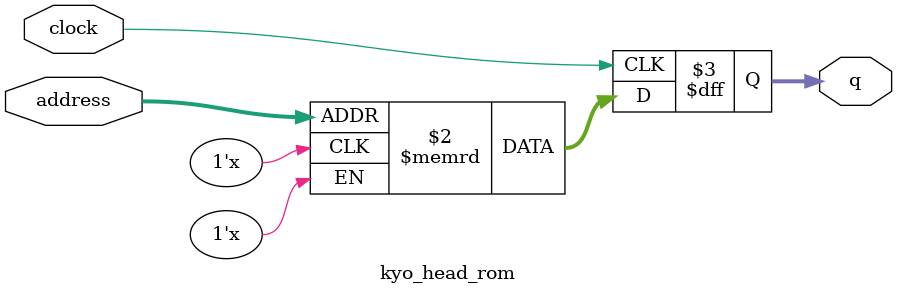
<source format=sv>
module kyo_head_rom (
	input logic clock,
	input logic [11:0] address,
	output logic [2:0] q
);

logic [2:0] memory [0:2499] /* synthesis ram_init_file = "./kyo_head/kyo_head.COE" */;

always_ff @ (posedge clock) begin
	q <= memory[address];
end

endmodule

</source>
